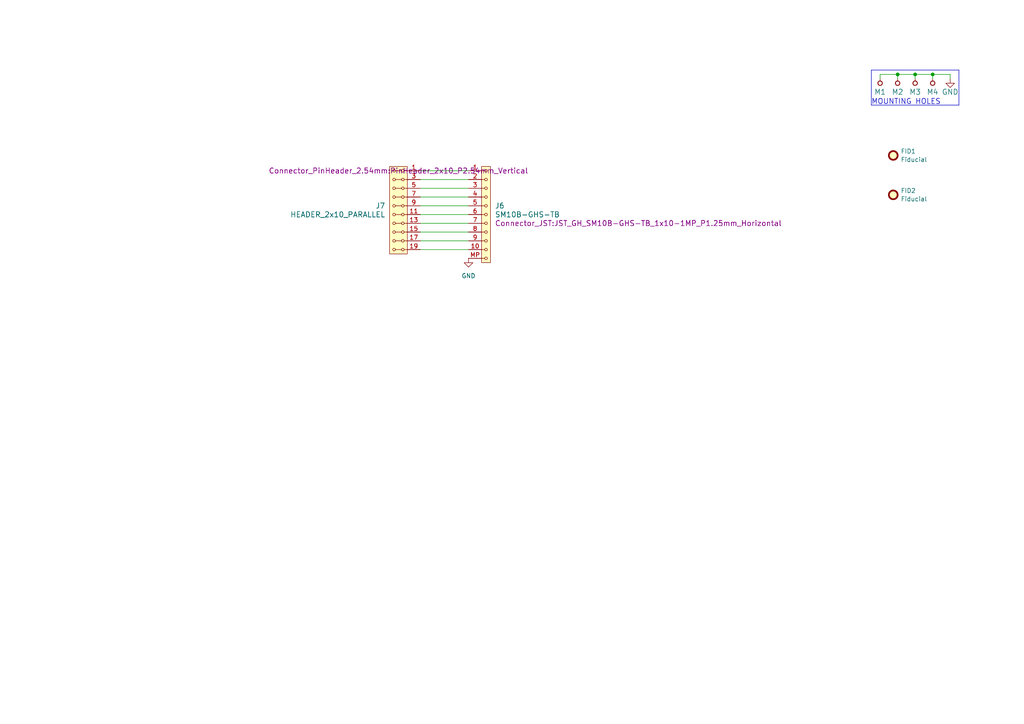
<source format=kicad_sch>
(kicad_sch (version 20231120) (generator "eeschema") (generator_version "8.0")
  (paper "A4")
  (title_block (title "GH4PIN01") (date "%d. %m. %Y") (rev "A") (company "Mlab www.mlab.cz") (comment 1 "PixHawk I2C or CAN - MLAB interface") (comment 2 "Alsa-Tucnak"))
  (lib_symbols
    (symbol "MLAB_CONNECTORS_JST:SM10B-GHS-TB" (pin_names (offset 1.016))
      (property "Reference" "J" (at 0 -15.24 0))
      (property "Value" "SM10B-GHS-TB" (at 0 15.24 0))
      (property "Footprint" "Connector_JST:JST_GH_SM06B-GHS-TB_1x10-1MP_P1.25mm_Horizontal" (at 0 12.7 0))
      (symbol "SM10B-GHS-TB_0_1"
        (rectangle (start -1.27 13.97) (end 1.27 -13.97) (fill (type background)))
        (circle (center 0 -12.7) (radius 0.381))
        (circle (center 0 -10.16) (radius 0.381))
        (circle (center 0 -7.62) (radius 0.381))
        (circle (center 0 -5.08) (radius 0.381))
        (circle (center 0 -2.54) (radius 0.381))
        (polyline (pts (xy -1.27 -12.7) (xy -0.381 -12.7)))
        (polyline (pts (xy -1.27 -10.16) (xy -0.381 -10.16)))
        (polyline (pts (xy -1.27 -7.62) (xy -0.381 -7.62)))
        (polyline (pts (xy -1.27 -5.08) (xy -0.381 -5.08)))
        (polyline (pts (xy -1.27 -2.54) (xy -0.381 -2.54)))
        (polyline (pts (xy -1.27 0) (xy -0.381 0)))
        (polyline (pts (xy -1.27 2.54) (xy -0.381 2.54)))
        (polyline (pts (xy -1.27 5.08) (xy -0.381 5.08)))
        (polyline (pts (xy -1.27 7.62) (xy -0.381 7.62)))
        (polyline (pts (xy -1.27 10.16) (xy -0.381 10.16)))
        (polyline (pts (xy -1.27 12.7) (xy -0.381 12.7)))
        (circle (center 0 0) (radius 0.381))
        (circle (center 0 2.54) (radius 0.381))
        (circle (center 0 5.08) (radius 0.381))
        (circle (center 0 7.62) (radius 0.381))
        (circle (center 0 10.16) (radius 0.381))
        (circle (center 0 12.7) (radius 0.381))
      )
      (symbol "SM10B-GHS-TB_1_1"
        (pin input line (at -5.08 12.7 0) (length 3.81) (name "~") (number "1"))
        (pin input line (at -5.08 -10.16 0) (length 3.81) (name "~") (number "10"))
        (pin input line (at -5.08 10.16 0) (length 3.81) (name "~") (number "2"))
        (pin input line (at -5.08 7.62 0) (length 3.81) (name "~") (number "3"))
        (pin input line (at -5.08 5.08 0) (length 3.81) (name "~") (number "4"))
        (pin input line (at -5.08 2.54 0) (length 3.81) (name "~") (number "5"))
        (pin input line (at -5.08 0 0) (length 3.81) (name "~") (number "6"))
        (pin input line (at -5.08 -2.54 0) (length 3.81) (name "~") (number "7"))
        (pin input line (at -5.08 -5.08 0) (length 3.81) (name "~") (number "8"))
        (pin input line (at -5.08 -7.62 0) (length 3.81) (name "~") (number "9"))
        (pin input line (at -5.08 -12.7 0) (length 3.81) (name "~") (number "MP"))
      )
    )
    (symbol "MLAB_HEADER:HEADER_2x10_PARALLEL" (pin_names (offset 1.016))
      (property "Reference" "J" (at 0 -13.97 0))
      (property "Value" "HEADER_2x10_PARALLEL" (at 0 13.97 0))
      (symbol "HEADER_2x10_PARALLEL_0_1"
        (rectangle (start -2.54 12.7) (end 2.54 -12.7) (fill (type background)))
        (circle (center -1.27 -11.43) (radius 0.381))
        (circle (center -1.27 -8.89) (radius 0.381))
        (circle (center -1.27 -6.35) (radius 0.381))
        (circle (center -1.27 -3.81) (radius 0.381))
        (circle (center -1.27 -1.27) (radius 0.381))
        (circle (center -1.27 1.27) (radius 0.381))
        (circle (center -1.27 3.81) (radius 0.381))
        (circle (center -1.27 6.35) (radius 0.381))
        (circle (center -1.27 8.89) (radius 0.381))
        (circle (center -1.27 11.43) (radius 0.381))
        (polyline (pts (xy -1.651 -11.43) (xy -2.54 -11.43)))
        (polyline (pts (xy -1.651 -8.89) (xy -2.54 -8.89)))
        (polyline (pts (xy -1.651 -6.35) (xy -2.54 -6.35)))
        (polyline (pts (xy -1.651 -3.81) (xy -2.54 -3.81)))
        (polyline (pts (xy -1.651 -1.27) (xy -2.54 -1.27)))
        (polyline (pts (xy -1.651 1.27) (xy -2.54 1.27)))
        (polyline (pts (xy -1.651 3.81) (xy -2.54 3.81)))
        (polyline (pts (xy -1.651 6.35) (xy -2.54 6.35)))
        (polyline (pts (xy -1.651 8.89) (xy -2.54 8.89)))
        (polyline (pts (xy -1.651 11.43) (xy -2.54 11.43)))
        (polyline (pts (xy -0.889 -11.43) (xy 0.889 -11.43)))
        (polyline (pts (xy -0.889 -8.89) (xy 0.889 -8.89)))
        (polyline (pts (xy -0.889 -6.35) (xy 0.889 -6.35)))
        (polyline (pts (xy -0.889 -3.81) (xy 0.889 -3.81)))
        (polyline (pts (xy -0.889 -1.27) (xy 0.889 -1.27)))
        (polyline (pts (xy -0.889 1.27) (xy 0.889 1.27)))
        (polyline (pts (xy -0.889 3.81) (xy 0.889 3.81)))
        (polyline (pts (xy -0.889 6.35) (xy 0.889 6.35)))
        (polyline (pts (xy -0.889 8.89) (xy 0.889 8.89)))
        (polyline (pts (xy -0.889 11.43) (xy 0.889 11.43)))
        (circle (center 1.27 -11.43) (radius 0.381))
        (circle (center 1.27 -8.89) (radius 0.381))
        (circle (center 1.27 -6.35) (radius 0.381))
        (circle (center 1.27 -3.81) (radius 0.381))
        (circle (center 1.27 -1.27) (radius 0.381))
        (circle (center 1.27 1.27) (radius 0.381))
        (circle (center 1.27 3.81) (radius 0.381))
        (circle (center 1.27 6.35) (radius 0.381))
        (circle (center 1.27 8.89) (radius 0.381))
        (circle (center 1.27 11.43) (radius 0.381))
      )
      (symbol "HEADER_2x10_PARALLEL_1_1"
        (pin input line (at -6.35 11.43 0) (length 3.81) (name "~") (number "1"))
        (pin input line (at -6.35 1.27 0) (length 3.81) hide (name "~") (number "10"))
        (pin input line (at -6.35 -1.27 0) (length 3.81) (name "~") (number "11"))
        (pin input line (at -6.35 -1.27 0) (length 3.81) hide (name "~") (number "12"))
        (pin input line (at -6.35 -3.81 0) (length 3.81) (name "~") (number "13"))
        (pin input line (at -6.35 -3.81 0) (length 3.81) hide (name "~") (number "14"))
        (pin input line (at -6.35 -6.35 0) (length 3.81) (name "~") (number "15"))
        (pin input line (at -6.35 -6.35 0) (length 3.81) hide (name "~") (number "16"))
        (pin input line (at -6.35 -8.89 0) (length 3.81) (name "~") (number "17"))
        (pin input line (at -6.35 -8.89 0) (length 3.81) hide (name "~") (number "18"))
        (pin input line (at -6.35 -11.43 0) (length 3.81) (name "~") (number "19"))
        (pin input line (at -6.35 11.43 0) (length 3.81) hide (name "~") (number "2"))
        (pin input line (at -6.35 -11.43 0) (length 3.81) hide (name "~") (number "20"))
        (pin input line (at -6.35 8.89 0) (length 3.81) (name "~") (number "3"))
        (pin input line (at -6.35 8.89 0) (length 3.81) hide (name "~") (number "4"))
        (pin input line (at -6.35 6.35 0) (length 3.81) (name "~") (number "5"))
        (pin input line (at -6.35 6.35 0) (length 3.81) hide (name "~") (number "6"))
        (pin input line (at -6.35 3.81 0) (length 3.81) (name "~") (number "7"))
        (pin input line (at -6.35 3.81 0) (length 3.81) hide (name "~") (number "8"))
        (pin input line (at -6.35 1.27 0) (length 3.81) (name "~") (number "9"))
      )
    )
    (symbol "Mechanical:Fiducial"
      (property "Reference" "FID" (at 0 5.08 0))
      (property "Value" "Fiducial" (at 0 3.175 0))
      (symbol "Fiducial_0_1"
        (circle (center 0 0) (radius 1.27) (stroke (width 0.508)) (fill (type background)))
      )
    )
    (symbol "mlab-default-rescue:GND" (power) (pin_names (offset 0))
      (property "Value" "GND" (at 0 -3.81 0))
      (symbol "GND_0_1"
        (polyline (pts (xy 0 0) (xy 0 -1.27) (xy 1.27 -1.27) (xy 0 -2.54) (xy -1.27 -1.27) (xy 0 -1.27)))
      )
      (symbol "GND_1_1"
        (pin power_in line (at 0 0 270) (length 0) hide (name "GND") (number "1"))
      )
    )
    (symbol "mlab-default-rescue:HOLE" (pin_numbers hide) (pin_names (offset 1.016) hide)
      (property "Reference" "M" (at 0 2.54 0))
      (property "Value" "HOLE" (at 0 -2.54 0))
      (symbol "HOLE_0_1"
        (circle (center 0 0) (radius 0.635) (stroke (width 0.254)))
      )
      (symbol "HOLE_1_1"
        (pin input line (at 1.27 0 180) (length 0.635) (name "~") (number "1"))
      )
    )
    (symbol "power:GND" (power) (pin_names (offset 0))
      (property "Value" "GND" (at 0 -3.81 0))
      (symbol "GND_0_1"
        (polyline (pts (xy 0 0) (xy 0 -1.27) (xy 1.27 -1.27) (xy 0 -2.54) (xy -1.27 -1.27) (xy 0 -1.27)))
      )
      (symbol "GND_1_1"
        (pin power_in line (at 0 0 270) (length 0) hide (name "GND") (number "1"))
      )
    )
  )
  (junction (at 270.51 21.59))
  (junction (at 265.43 21.59))
  (junction (at 260.35 21.59))
  (wire (pts (xy 260.35 22.86) (xy 260.35 21.59)))
  (wire (pts (xy 265.43 22.86) (xy 265.43 21.59)))
  (wire (pts (xy 121.92 59.69) (xy 135.89 59.69)))
  (wire (pts (xy 275.59 21.59) (xy 270.51 21.59)))
  (wire (pts (xy 275.59 22.86) (xy 275.59 21.59)))
  (wire (pts (xy 265.43 21.59) (xy 260.35 21.59)))
  (wire (pts (xy 121.92 57.15) (xy 135.89 57.15)))
  (polyline (pts (xy 278.13 20.32) (xy 278.13 30.48)))
  (wire (pts (xy 270.51 22.86) (xy 270.51 21.59)))
  (wire (pts (xy 121.92 64.77) (xy 135.89 64.77)))
  (polyline (pts (xy 278.13 30.48) (xy 252.73 30.48)))
  (wire (pts (xy 121.92 67.31) (xy 135.89 67.31)))
  (wire (pts (xy 121.92 62.23) (xy 135.89 62.23)))
  (wire (pts (xy 121.92 69.85) (xy 135.89 69.85)))
  (wire (pts (xy 255.27 21.59) (xy 255.27 22.86)))
  (polyline (pts (xy 252.73 30.48) (xy 252.73 20.32)))
  (wire (pts (xy 121.92 72.39) (xy 135.89 72.39)))
  (wire (pts (xy 270.51 21.59) (xy 265.43 21.59)))
  (wire (pts (xy 121.92 49.53) (xy 135.89 49.53)))
  (polyline (pts (xy 252.73 20.32) (xy 278.13 20.32)))
  (wire (pts (xy 260.35 21.59) (xy 255.27 21.59)))
  (wire (pts (xy 121.92 52.07) (xy 135.89 52.07)))
  (wire (pts (xy 121.92 54.61) (xy 135.89 54.61)))
  (text "MOUNTING HOLES" (at 252.73 30.48 0) (effects (font (size 1.524 1.524)) (justify left bottom)))
  (symbol (lib_id "mlab-default-rescue:HOLE") (at 255.27 24.13 90) (unit 1)
    (property "Reference" "M1" (at 255.27 26.67 90) (effects (font (size 1.524 1.524))))
    (property "Value" "HOLE M3" (effects (hide yes)))
    (property "Footprint" "Mlab_Mechanical:MountingHole_3mm" (effects (hide yes)))
  )
  (symbol (lib_id "mlab-default-rescue:HOLE") (at 260.35 24.13 90) (unit 1)
    (property "Reference" "M2" (at 260.35 26.67 90) (effects (font (size 1.524 1.524))))
    (property "Value" "HOLE M3" (effects (hide yes)))
    (property "Footprint" "Mlab_Mechanical:MountingHole_3mm" (effects (hide yes)))
  )
  (symbol (lib_id "mlab-default-rescue:HOLE") (at 265.43 24.13 90) (unit 1)
    (property "Reference" "M3" (at 265.43 26.67 90) (effects (font (size 1.524 1.524))))
    (property "Value" "HOLE" (effects (hide yes)))
    (property "Footprint" "Mlab_Mechanical:MountingHole_3mm" (effects (hide yes)))
  )
  (symbol (lib_id "mlab-default-rescue:HOLE") (at 270.51 24.13 90) (unit 1)
    (property "Reference" "M4" (at 270.51 26.67 90) (effects (font (size 1.524 1.524))))
    (property "Value" "HOLE" (effects (hide yes)))
    (property "Footprint" "Mlab_Mechanical:MountingHole_3mm" (effects (hide yes)))
  )
  (symbol (lib_id "mlab-default-rescue:GND") (at 275.59 22.86 0) (unit 1)
    (property "Reference" "#PWR03" (effects (hide yes)))
    (property "Value" "GND" (at 275.59 26.67 0) (effects (font (size 1.524 1.524))))
  )
  (symbol (lib_id "Mechanical:Fiducial") (at 259.08 45.085 0) (unit 1)
    (property "Reference" "FID1" (at 261.239 43.8729 0) (effects (justify left)))
    (property "Value" "Fiducial" (at 261.239 46.2971 0) (effects (justify left)))
    (property "Footprint" "Fiducial:Fiducial_1mm_Mask2mm" (effects (hide yes)))
  )
  (symbol (lib_id "Mechanical:Fiducial") (at 259.08 56.515 0) (unit 1)
    (property "Reference" "FID2" (at 261.239 55.3029 0) (effects (justify left)))
    (property "Value" "Fiducial" (at 261.239 57.7271 0) (effects (justify left)))
    (property "Footprint" "Fiducial:Fiducial_1mm_Mask2mm" (effects (hide yes)))
  )
  (symbol (lib_id "power:GND") (at 135.89 74.93 0) (unit 1)
    (property "Reference" "#PWR07" (effects (hide yes)))
    (property "Value" "GND" (at 135.89 80.01 0))
  )
  (symbol (lib_id "MLAB_CONNECTORS_JST:SM10B-GHS-TB") (at 140.97 62.23 0) (unit 1)
    (property "Reference" "J6" (at 143.51 59.6899 0) (effects (font (size 1.524 1.524)) (justify left)))
    (property "Value" "SM10B-GHS-TB" (at 143.51 62.2299 0) (effects (font (size 1.524 1.524)) (justify left)))
    (property "Footprint" "Connector_JST:JST_GH_SM10B-GHS-TB_1x10-1MP_P1.25mm_Horizontal" (at 143.51 64.7699 0) (effects (font (size 1.524 1.524)) (justify left)))
    (property "Description" "Zásuvka; kabel-pl.spoj; vidlice; GH; 1,25mm; PIN: 10; SMT; 50V; 1A" (effects (hide yes)))
  )
  (symbol (lib_id "MLAB_HEADER:HEADER_2x10_PARALLEL") (at 115.57 60.96 0) (mirror y) (unit 1)
    (property "Reference" "J7" (at 111.76 59.6899 0) (effects (font (size 1.524 1.524)) (justify left)))
    (property "Value" "HEADER_2x10_PARALLEL" (at 111.76 62.2299 0) (effects (font (size 1.524 1.524)) (justify left)))
    (property "Footprint" "Connector_PinHeader_2.54mm:PinHeader_2x10_P2.54mm_Vertical" (at 115.57 49.53 0) (effects (font (size 1.524 1.524))))
    (property "Description" "2x10 2.54 mm pitch header, 2 pins next to each other are connected" (effects (hide yes)))
  )
)
</source>
